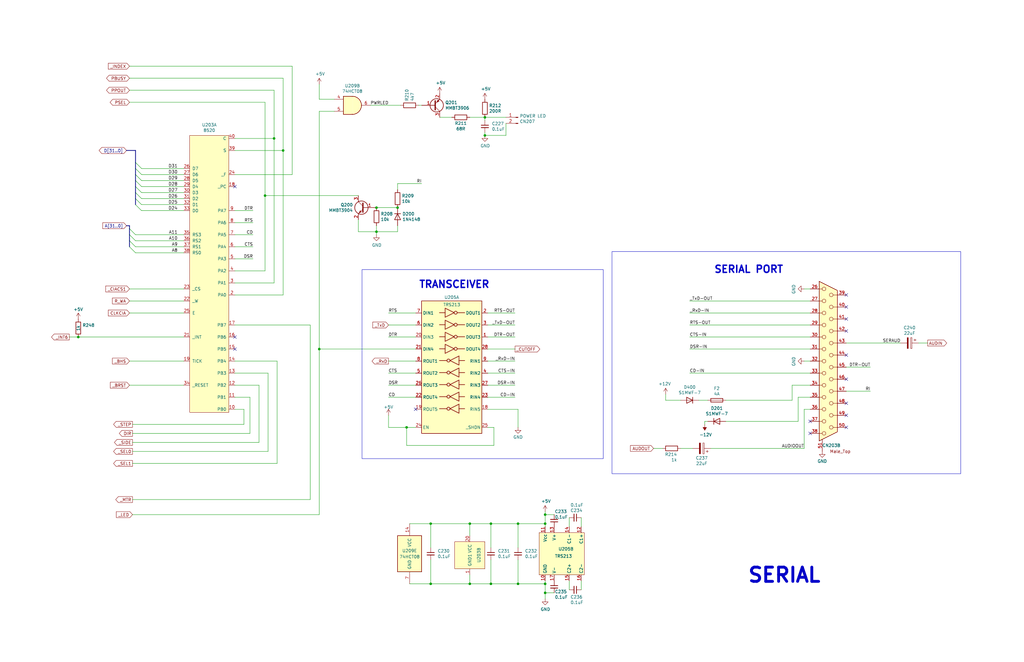
<source format=kicad_sch>
(kicad_sch (version 20231120) (generator "eeschema") (generator_version "8.0")
  (paper "B")
  (title_block (title "AMIGA PCI") (date "2025-01-10") (rev "5.0"))
  (lib_symbols
    (symbol "+5V_1" (power) (pin_numbers hide) (pin_names (offset 0) hide)
      (property "Value" "+5V" (at 0 3.556 0))
      (symbol "+5V_1_1_1"
        (pin power_in line (at 0 0 90) (length 0) (name "~") (number "1"))
      )
    )
    (symbol "74xx:74LS08" (pin_names (offset 1.016))
      (property "Reference" "U" (at 0 1.27 0))
      (property "Value" "74LS08" (at 0 -1.27 0))
      (symbol "74LS08_1_1"
        (pin input line (at -7.62 2.54 0) (length 3.81) (name "~") (number "1"))
        (pin input line (at -7.62 -2.54 0) (length 3.81) (name "~") (number "2"))
        (pin output line (at 7.62 0 180) (length 3.81) (name "~") (number "3"))
      )
      (symbol "74LS08_1_2"
        (pin input inverted (at -7.62 2.54 0) (length 4.318) (name "~") (number "1"))
        (pin input inverted (at -7.62 -2.54 0) (length 4.318) (name "~") (number "2"))
        (pin output inverted (at 7.62 0 180) (length 3.81) (name "~") (number "3"))
      )
      (symbol "74LS08_2_1"
        (pin input line (at -7.62 2.54 0) (length 3.81) (name "~") (number "4"))
        (pin input line (at -7.62 -2.54 0) (length 3.81) (name "~") (number "5"))
        (pin output line (at 7.62 0 180) (length 3.81) (name "~") (number "6"))
      )
      (symbol "74LS08_2_2"
        (pin input inverted (at -7.62 2.54 0) (length 4.318) (name "~") (number "4"))
        (pin input inverted (at -7.62 -2.54 0) (length 4.318) (name "~") (number "5"))
        (pin output inverted (at 7.62 0 180) (length 3.81) (name "~") (number "6"))
      )
      (symbol "74LS08_3_1"
        (pin input line (at -7.62 -2.54 0) (length 3.81) (name "~") (number "10"))
        (pin output line (at 7.62 0 180) (length 3.81) (name "~") (number "8"))
        (pin input line (at -7.62 2.54 0) (length 3.81) (name "~") (number "9"))
      )
      (symbol "74LS08_3_2"
        (pin input inverted (at -7.62 -2.54 0) (length 4.318) (name "~") (number "10"))
        (pin output inverted (at 7.62 0 180) (length 3.81) (name "~") (number "8"))
        (pin input inverted (at -7.62 2.54 0) (length 4.318) (name "~") (number "9"))
      )
      (symbol "74LS08_4_1"
        (pin output line (at 7.62 0 180) (length 3.81) (name "~") (number "11"))
        (pin input line (at -7.62 2.54 0) (length 3.81) (name "~") (number "12"))
        (pin input line (at -7.62 -2.54 0) (length 3.81) (name "~") (number "13"))
      )
      (symbol "74LS08_4_2"
        (pin output inverted (at 7.62 0 180) (length 3.81) (name "~") (number "11"))
        (pin input inverted (at -7.62 2.54 0) (length 4.318) (name "~") (number "12"))
        (pin input inverted (at -7.62 -2.54 0) (length 4.318) (name "~") (number "13"))
      )
      (symbol "74LS08_5_0"
        (pin power_in line (at 0 12.7 270) (length 5.08) (name "VCC") (number "14"))
        (pin power_in line (at 0 -12.7 90) (length 5.08) (name "GND") (number "7"))
      )
    )
    (symbol "AmigaPCI-Symbols:DB25_Stack_FemaleAndMale" (pin_names (offset 1.016) hide)
      (property "Reference" "J" (at 0 34.29 0))
      (property "Value" "DB25_Stack_FemaleAndMale" (at 12.7 -35.56 0))
      (symbol "DB25_Stack_FemaleAndMale_1_0"
        (text "Female_Bottom" (at 0 -38.1 0) (effects (font (size 1.27 1.27))))
      )
      (symbol "DB25_Stack_FemaleAndMale_1_1"
        (pin passive line (at -7.62 30.48 0) (length 3.81) (name "1") (number "1"))
        (pin passive line (at -7.62 -15.24 0) (length 3.81) (name "10") (number "10"))
        (pin passive line (at -7.62 -20.32 0) (length 3.81) (name "11") (number "11"))
        (pin passive line (at -7.62 -25.4 0) (length 3.81) (name "12") (number "12"))
        (pin passive line (at -7.62 -30.48 0) (length 3.81) (name "13") (number "13"))
        (pin passive line (at 7.62 27.94 180) (length 3.81) (name "P14") (number "14"))
        (pin passive line (at 7.62 22.86 180) (length 3.81) (name "P15") (number "15"))
        (pin passive line (at 7.62 17.78 180) (length 3.81) (name "P16") (number "16"))
        (pin passive line (at 7.62 12.7 180) (length 3.81) (name "P17") (number "17"))
        (pin passive line (at 7.62 7.62 180) (length 3.81) (name "P18") (number "18"))
        (pin passive line (at 7.62 2.54 180) (length 3.81) (name "P19") (number "19"))
        (pin passive line (at -7.62 25.4 0) (length 3.81) (name "2") (number "2"))
        (pin passive line (at 7.62 -2.54 180) (length 3.81) (name "P20") (number "20"))
        (pin passive line (at 7.62 -7.62 180) (length 3.81) (name "P21") (number "21"))
        (pin passive line (at 7.62 -12.7 180) (length 3.81) (name "P22") (number "22"))
        (pin passive line (at 7.62 -17.78 180) (length 3.81) (name "P23") (number "23"))
        (pin passive line (at 7.62 -22.86 180) (length 3.81) (name "P24") (number "24"))
        (pin passive line (at 7.62 -27.94 180) (length 3.81) (name "P25") (number "25"))
        (pin passive line (at -7.62 20.32 0) (length 3.81) (name "3") (number "3"))
        (pin passive line (at -7.62 15.24 0) (length 3.81) (name "4") (number "4"))
        (pin passive line (at -7.62 10.16 0) (length 3.81) (name "5") (number "5"))
        (pin passive line (at -7.62 5.08 0) (length 3.81) (name "6") (number "6"))
        (pin passive line (at -7.62 0 0) (length 3.81) (name "7") (number "7"))
        (pin passive line (at -7.62 -5.08 0) (length 3.81) (name "8") (number "8"))
        (pin passive line (at -7.62 -10.16 0) (length 3.81) (name "9") (number "9"))
      )
      (symbol "DB25_Stack_FemaleAndMale_2_0"
        (text "Male_Top" (at 5.08 -38.1 0) (effects (font (size 1.27 1.27))))
        (pin power_in line (at -2.54 -38.1 90) (length 5.02) (name "GND") (number "51"))
      )
      (symbol "DB25_Stack_FemaleAndMale_2_1"
        (pin passive line (at -7.62 30.48 0) (length 3.81) (name "26") (number "26"))
        (pin passive line (at -7.62 25.4 0) (length 3.81) (name "27") (number "27"))
        (pin passive line (at -7.62 20.32 0) (length 3.81) (name "28") (number "28"))
        (pin passive line (at -7.62 15.24 0) (length 3.81) (name "29") (number "29"))
        (pin passive line (at -7.62 10.16 0) (length 3.81) (name "30") (number "30"))
        (pin passive line (at -7.62 5.08 0) (length 3.81) (name "31") (number "31"))
        (pin passive line (at -7.62 0 0) (length 3.81) (name "32") (number "32"))
        (pin passive line (at -7.62 -5.08 0) (length 3.81) (name "33") (number "33"))
        (pin passive line (at -7.62 -10.16 0) (length 3.81) (name "34") (number "34"))
        (pin passive line (at -7.62 -15.24 0) (length 3.81) (name "35") (number "35"))
        (pin passive line (at -7.62 -20.32 0) (length 3.81) (name "36") (number "36"))
        (pin passive line (at -7.62 -25.4 0) (length 3.81) (name "37") (number "37"))
        (pin passive line (at -7.62 -30.48 0) (length 3.81) (name "38") (number "38"))
        (pin passive line (at 7.62 27.94 180) (length 3.81) (name "39") (number "39"))
        (pin passive line (at 7.62 22.86 180) (length 3.81) (name "40") (number "40"))
        (pin passive line (at 7.62 17.78 180) (length 3.81) (name "41") (number "41"))
        (pin passive line (at 7.62 12.7 180) (length 3.81) (name "42") (number "42"))
        (pin passive line (at 7.62 7.62 180) (length 3.81) (name "43") (number "43"))
        (pin passive line (at 7.62 2.54 180) (length 3.81) (name "44") (number "44"))
        (pin passive line (at 7.62 -2.54 180) (length 3.81) (name "45") (number "45"))
        (pin passive line (at 7.62 -7.62 180) (length 3.81) (name "46") (number "46"))
        (pin passive line (at 7.62 -12.7 180) (length 3.81) (name "47") (number "47"))
        (pin passive line (at 7.62 -17.78 180) (length 3.81) (name "48") (number "48"))
        (pin passive line (at 7.62 -22.86 180) (length 3.81) (name "49") (number "49"))
        (pin passive line (at 7.62 -27.94 180) (length 3.81) (name "50") (number "50"))
      )
    )
    (symbol "AmigaPCI-Symbols:MOS 8520" (pin_names (offset 1.016))
      (property "Reference" "U" (at 0 53.34 0))
      (property "Value" "8520" (at 0 40.64 0))
      (symbol "MOS 8520_1_1"
        (pin bidirectional line (at 10.16 -63.5 180) (length 2.54) (name "PB0") (number "10"))
        (pin bidirectional line (at 10.16 -58.42 180) (length 2.54) (name "PB1") (number "11"))
        (pin bidirectional line (at 10.16 -53.34 180) (length 2.54) (name "PB2") (number "12"))
        (pin bidirectional line (at 10.16 -48.26 180) (length 2.54) (name "PB3") (number "13"))
        (pin bidirectional line (at 10.16 -43.18 180) (length 2.54) (name "PB4") (number "14"))
        (pin bidirectional line (at 10.16 -38.1 180) (length 2.54) (name "PB5") (number "15"))
        (pin bidirectional line (at 10.16 -33.02 180) (length 2.54) (name "PB6") (number "16"))
        (pin bidirectional line (at 10.16 -27.94 180) (length 2.54) (name "PB7") (number "17"))
        (pin output line (at 10.16 30.48 180) (length 2.54) (name "_PC") (number "18"))
        (pin input line (at -11.43 -43.18 0) (length 2.54) (name "TICK") (number "19"))
        (pin bidirectional line (at 10.16 -15.24 180) (length 2.54) (name "PA0") (number "2"))
        (pin output line (at -11.43 -33.02 0) (length 2.54) (name "_INT") (number "21"))
        (pin input line (at -11.43 -17.78 0) (length 2.54) (name "_W") (number "22"))
        (pin input line (at -11.43 -12.7 0) (length 2.54) (name "_CS") (number "23"))
        (pin input line (at 10.16 35.56 180) (length 2.54) (name "_F") (number "24"))
        (pin input line (at -11.43 -22.86 0) (length 2.54) (name "E") (number "25"))
        (pin bidirectional line (at -11.43 38.1 0) (length 2.54) (name "D7") (number "26"))
        (pin bidirectional line (at -11.43 35.56 0) (length 2.54) (name "D6") (number "27"))
        (pin bidirectional line (at -11.43 33.02 0) (length 2.54) (name "D5") (number "28"))
        (pin bidirectional line (at -11.43 30.48 0) (length 2.54) (name "D4") (number "29"))
        (pin bidirectional line (at 10.16 -10.16 180) (length 2.54) (name "PA1") (number "3"))
        (pin bidirectional line (at -11.43 27.94 0) (length 2.54) (name "D3") (number "30"))
        (pin bidirectional line (at -11.43 25.4 0) (length 2.54) (name "D2") (number "31"))
        (pin bidirectional line (at -11.43 22.86 0) (length 2.54) (name "D1") (number "32"))
        (pin bidirectional line (at -11.43 20.32 0) (length 2.54) (name "D0") (number "33"))
        (pin input line (at -11.43 -53.34 0) (length 2.54) (name "_RESET") (number "34"))
        (pin input line (at -11.43 10.16 0) (length 2.54) (name "RS3") (number "35"))
        (pin input line (at -11.43 7.62 0) (length 2.54) (name "RS2") (number "36"))
        (pin input line (at -11.43 5.08 0) (length 2.54) (name "RS1") (number "37"))
        (pin input line (at -11.43 2.54 0) (length 2.54) (name "RS0") (number "38"))
        (pin input line (at 10.16 45.72 180) (length 2.54) (name "S") (number "39"))
        (pin bidirectional line (at 10.16 -5.08 180) (length 2.54) (name "PA2") (number "4"))
        (pin input line (at 10.16 50.8 180) (length 2.54) (name "C") (number "40"))
        (pin bidirectional line (at 10.16 0 180) (length 2.54) (name "PA3") (number "5"))
        (pin bidirectional line (at 10.16 5.08 180) (length 2.54) (name "PA4") (number "6"))
        (pin bidirectional line (at 10.16 10.16 180) (length 2.54) (name "PA5") (number "7"))
        (pin bidirectional line (at 10.16 15.24 180) (length 2.54) (name "PA6") (number "8"))
        (pin bidirectional line (at 10.16 20.32 180) (length 2.54) (name "PA7") (number "9"))
      )
      (symbol "MOS 8520_2_1"
        (pin power_in line (at 0 -7.62 90) (length 2.54) (name "GND1") (number "1"))
        (pin power_in line (at 0 8.89 270) (length 2.54) (name "VCC") (number "20"))
      )
    )
    (symbol "AmigaPCI-Symbols:TRS213"
      (property "Reference" "U" (at 12.7 33.02 0))
      (property "Value" "TRS213" (at 12.7 30.48 0))
      (symbol "TRS213_1_0"
        (pin input line (at 15.24 -17.78 180) (length 2.54) (name "RIN5") (number "18"))
        (pin output line (at -15.24 -17.78 0) (length 2.54) (name "ROUT5") (number "19"))
        (pin input line (at -15.24 12.7 0) (length 2.54) (name "DIN3") (number "20"))
        (pin input line (at -15.24 7.62 0) (length 2.54) (name "DIN4") (number "21"))
        (pin input line (at -15.24 7.62 0) (length 2.54) (name "DIN4") (number "21"))
        (pin output line (at -15.24 -12.7 0) (length 2.54) (name "ROUT4") (number "22"))
        (pin output line (at -15.24 -12.7 0) (length 2.54) (name "ROUT4") (number "22"))
        (pin input line (at 15.24 -12.7 180) (length 2.54) (name "RIN4") (number "23"))
        (pin input line (at 15.24 -12.7 180) (length 2.54) (name "RIN4") (number "23"))
        (pin input line (at -15.24 -25.4 0) (length 2.54) (name "EN") (number "24"))
        (pin input line (at 15.24 -25.4 180) (length 2.54) (name "_SHDN") (number "25"))
        (pin output line (at -15.24 -7.62 0) (length 2.54) (name "ROUT3") (number "26"))
        (pin output line (at -15.24 -7.62 0) (length 2.54) (name "ROUT3") (number "26"))
        (pin input line (at 15.24 -7.62 180) (length 2.54) (name "RIN3") (number "27"))
        (pin input line (at 15.24 -7.62 180) (length 2.54) (name "RIN3") (number "27"))
        (pin output line (at 15.24 7.62 180) (length 2.54) (name "DOUT4") (number "28"))
        (pin output line (at 15.24 7.62 180) (length 2.54) (name "DOUT4") (number "28"))
      )
      (symbol "TRS213_1_1"
        (pin output line (at 15.24 12.7 180) (length 2.54) (name "DOUT3") (number "1"))
        (pin output line (at 15.24 12.7 180) (length 2.54) (name "DOUT3") (number "1"))
        (pin output line (at 15.24 22.86 180) (length 2.54) (name "DOUT1") (number "2"))
        (pin output line (at 15.24 22.86 180) (length 2.54) (name "DOUT1") (number "2"))
        (pin output line (at 15.24 17.78 180) (length 2.54) (name "DOUT2") (number "3"))
        (pin output line (at 15.24 17.78 180) (length 2.54) (name "DOUT2") (number "3"))
        (pin input line (at 15.24 -2.54 180) (length 2.54) (name "RIN2") (number "4"))
        (pin input line (at 15.24 -2.54 180) (length 2.54) (name "RIN2") (number "4"))
        (pin output line (at -15.24 -2.54 0) (length 2.54) (name "ROUT2") (number "5"))
        (pin output line (at -15.24 -2.54 0) (length 2.54) (name "ROUT2") (number "5"))
        (pin input line (at -15.24 17.78 0) (length 2.54) (name "DIN2") (number "6"))
        (pin input line (at -15.24 17.78 0) (length 2.54) (name "DIN2") (number "6"))
        (pin input line (at -15.24 22.86 0) (length 2.54) (name "DIN1") (number "7"))
        (pin input line (at -15.24 22.86 0) (length 2.54) (name "DIN1") (number "7"))
        (pin output line (at -15.24 2.54 0) (length 2.54) (name "ROUT1") (number "8"))
        (pin output line (at -15.24 2.54 0) (length 2.54) (name "ROUT1") (number "8"))
        (pin input line (at 15.24 2.54 180) (length 2.54) (name "RIN1") (number "9"))
        (pin input line (at 15.24 2.54 180) (length 2.54) (name "RIN1") (number "9"))
      )
      (symbol "TRS213_2_0"
        (pin passive line (at -3.81 -11.43 90) (length 2.54) (name "V-") (number "17"))
      )
      (symbol "TRS213_2_1"
        (pin power_in line (at -7.62 -11.43 90) (length 2.54) (name "GND") (number "10"))
        (pin power_in line (at -7.62 11.43 270) (length 2.54) (name "Vcc") (number "11"))
        (pin passive line (at 7.62 11.43 270) (length 2.54) (name "C1+") (number "12"))
        (pin passive line (at -3.81 11.43 270) (length 2.54) (name "V+") (number "13"))
        (pin passive line (at 2.54 11.43 270) (length 2.54) (name "C1-") (number "14"))
        (pin passive line (at 2.54 -11.43 90) (length 2.54) (name "C2+") (number "15"))
        (pin passive line (at 7.62 -11.43 90) (length 2.54) (name "C2-") (number "16"))
      )
    )
    (symbol "Connector:Conn_01x02_Pin" (pin_names (offset 1.016) hide)
      (property "Reference" "J" (at 0 2.54 0))
      (property "Value" "Conn_01x02_Pin" (at 0 -5.08 0))
      (symbol "Conn_01x02_Pin_1_1"
        (pin passive line (at 5.08 0 180) (length 3.81) (name "Pin_1") (number "1"))
        (pin passive line (at 5.08 -2.54 180) (length 3.81) (name "Pin_2") (number "2"))
      )
    )
    (symbol "Device:C_Polarized" (pin_numbers hide) (pin_names (offset 0.254))
      (property "Reference" "C" (at 0.635 2.54 0))
      (property "Value" "C_Polarized" (at 0.635 -2.54 0))
      (symbol "C_Polarized_1_1"
        (pin passive line (at 0 3.81 270) (length 2.794) (name "~") (number "1"))
        (pin passive line (at 0 -3.81 90) (length 2.794) (name "~") (number "2"))
      )
    )
    (symbol "Device:C_Small" (pin_numbers hide) (pin_names (offset 0.254) hide)
      (property "Reference" "C" (at 0.254 1.778 0))
      (property "Value" "C_Small" (at 0.254 -2.032 0))
      (symbol "C_Small_1_1"
        (pin passive line (at 0 2.54 270) (length 2.032) (name "~") (number "1"))
        (pin passive line (at 0 -2.54 90) (length 2.032) (name "~") (number "2"))
      )
    )
    (symbol "Device:Fuse" (pin_numbers hide) (pin_names (offset 0))
      (property "Reference" "F" (at 2.032 0 90))
      (property "Value" "Fuse" (at -1.905 0 90))
      (symbol "Fuse_1_1"
        (pin passive line (at 0 3.81 270) (length 1.27) (name "~") (number "1"))
        (pin passive line (at 0 -3.81 90) (length 1.27) (name "~") (number "2"))
      )
    )
    (symbol "Device:R" (pin_numbers hide) (pin_names (offset 0))
      (property "Reference" "R" (at 2.032 0 90))
      (property "Value" "R" (at 0 0 90))
      (symbol "R_1_1"
        (pin passive line (at 0 3.81 270) (length 1.27) (name "~") (number "1"))
        (pin passive line (at 0 -3.81 90) (length 1.27) (name "~") (number "2"))
      )
    )
    (symbol "Diode:1N4001" (pin_numbers hide) (pin_names hide)
      (property "Reference" "D" (at 0 2.54 0))
      (property "Value" "1N4001" (at 0 -2.54 0))
      (symbol "1N4001_1_1"
        (pin passive line (at -3.81 0 0) (length 2.54) (name "K") (number "1"))
        (pin passive line (at 3.81 0 180) (length 2.54) (name "A") (number "2"))
      )
    )
    (symbol "Diode:1N4148" (pin_numbers hide) (pin_names hide)
      (property "Reference" "D" (at 0 2.54 0))
      (property "Value" "1N4148" (at 0 -2.54 0))
      (symbol "1N4148_1_1"
        (pin passive line (at -3.81 0 0) (length 2.54) (name "K") (number "1"))
        (pin passive line (at 3.81 0 180) (length 2.54) (name "A") (number "2"))
      )
    )
    (symbol "Transistor_BJT:MMBT3904" (pin_names (offset 0) hide)
      (property "Reference" "Q" (at 5.08 1.905 0))
      (property "Value" "MMBT3904" (at 5.08 0 0))
      (symbol "MMBT3904_1_1"
        (pin input line (at -5.08 0 0) (length 5.715) (name "B") (number "1"))
        (pin passive line (at 2.54 -5.08 90) (length 2.54) (name "E") (number "2"))
        (pin passive line (at 2.54 5.08 270) (length 2.54) (name "C") (number "3"))
      )
    )
    (symbol "Transistor_BJT:MMBT3906" (pin_names (offset 0) hide)
      (property "Reference" "Q" (at 5.08 1.905 0))
      (property "Value" "MMBT3906" (at 5.08 0 0))
      (symbol "MMBT3906_1_1"
        (pin input line (at -5.08 0 0) (length 5.715) (name "B") (number "1"))
        (pin passive line (at 2.54 -5.08 90) (length 2.54) (name "E") (number "2"))
        (pin passive line (at 2.54 5.08 270) (length 2.54) (name "C") (number "3"))
      )
    )
    (symbol "power:+12V" (power) (pin_names (offset 0))
      (property "Value" "+12V" (at 0 3.556 0))
      (symbol "+12V_1_1"
        (pin power_in line (at 0 0 90) (length 0) hide (name "+12V") (number "1"))
      )
    )
    (symbol "power:+5V" (power) (pin_names (offset 0))
      (property "Value" "+5V" (at 0 3.556 0))
      (symbol "+5V_1_1"
        (pin power_in line (at 0 0 90) (length 0) hide (name "+5V") (number "1"))
      )
    )
    (symbol "power:-12V" (power) (pin_names (offset 0))
      (property "Value" "-12V" (at 0 3.81 0))
      (symbol "-12V_0_0"
        (pin power_in line (at 0 0 90) (length 0) hide (name "-12V") (number "1"))
      )
    )
    (symbol "power:GND" (power) (pin_names (offset 0))
      (property "Value" "GND" (at 0 -3.81 0))
      (symbol "GND_1_1"
        (pin power_in line (at 0 0 270) (length 0) hide (name "GND") (number "1"))
      )
    )
  )
  (junction (at 181.61 246.38))
  (junction (at 218.44 246.38))
  (junction (at 171.45 180.34))
  (junction (at 204.47 49.53))
  (junction (at 198.12 246.38))
  (junction (at 229.87 217.17))
  (junction (at 134.62 147.32))
  (junction (at 229.87 250.19))
  (junction (at 229.87 220.98))
  (junction (at 229.87 246.38))
  (junction (at 119.38 63.5))
  (junction (at 207.01 246.38))
  (junction (at 158.75 97.79))
  (junction (at 111.76 82.55))
  (junction (at 115.57 58.42))
  (junction (at 218.44 220.98))
  (junction (at 33.02 142.24))
  (junction (at 204.47 57.15))
  (junction (at 167.64 87.63))
  (junction (at 198.12 220.98))
  (junction (at 158.75 87.63))
  (junction (at 207.01 220.98))
  (junction (at 181.61 220.98))
  (no_connect (at 175.26 172.72))
  (no_connect (at 356.87 124.46))
  (no_connect (at 341.63 182.88))
  (no_connect (at 356.87 129.54))
  (no_connect (at 356.87 149.86))
  (no_connect (at 356.87 139.7))
  (no_connect (at 99.06 78.74))
  (no_connect (at 356.87 180.34))
  (no_connect (at 99.06 142.24))
  (no_connect (at 99.06 147.32))
  (no_connect (at 356.87 134.62))
  (no_connect (at 356.87 170.18))
  (no_connect (at 341.63 177.8))
  (no_connect (at 356.87 175.26))
  (no_connect (at 356.87 160.02))
  (bus_entry (at 59.69 71.12) (size -2.54 -2.54))
  (bus_entry (at 59.69 83.82) (size -2.54 -2.54))
  (bus_entry (at 59.69 86.36) (size -2.54 -2.54))
  (bus_entry (at 57.15 104.14) (size -2.54 -2.54))
  (bus_entry (at 59.69 81.28) (size -2.54 -2.54))
  (bus_entry (at 59.69 73.66) (size -2.54 -2.54))
  (bus_entry (at 59.69 76.2) (size -2.54 -2.54))
  (bus_entry (at 59.69 78.74) (size -2.54 -2.54))
  (bus_entry (at 57.15 99.06) (size -2.54 -2.54))
  (bus_entry (at 57.15 106.68) (size -2.54 -2.54))
  (bus_entry (at 59.69 88.9) (size -2.54 -2.54))
  (bus_entry (at 57.15 101.6) (size -2.54 -2.54))
  (wire (pts (xy 290.83 142.24) (xy 341.63 142.24)))
  (wire (pts (xy 198.12 246.38) (xy 207.01 246.38)))
  (wire (pts (xy 33.02 142.24) (xy 29.21 142.24)))
  (wire (pts (xy 205.74 142.24) (xy 217.17 142.24)))
  (wire (pts (xy 163.83 132.08) (xy 175.26 132.08)))
  (bus (pts (xy 54.61 96.52) (xy 54.61 99.06)))
  (wire (pts (xy 171.45 180.34) (xy 171.45 187.96)))
  (wire (pts (xy 198.12 220.98) (xy 198.12 226.06)))
  (wire (pts (xy 356.87 154.94) (xy 367.03 154.94)))
  (wire (pts (xy 171.45 187.96) (xy 208.28 187.96)))
  (wire (pts (xy 163.83 162.56) (xy 175.26 162.56)))
  (wire (pts (xy 185.42 49.53) (xy 190.5 49.53)))
  (wire (pts (xy 229.87 217.17) (xy 229.87 220.98)))
  (bus (pts (xy 57.15 81.28) (xy 57.15 83.82)))
  (wire (pts (xy 77.47 86.36) (xy 59.69 86.36)))
  (wire (pts (xy 204.47 57.15) (xy 213.36 57.15)))
  (bus (pts (xy 57.15 68.58) (xy 57.15 71.12)))
  (wire (pts (xy 240.03 222.25) (xy 240.03 218.44)))
  (wire (pts (xy 55.88 217.17) (xy 134.62 217.17)))
  (bus (pts (xy 57.15 71.12) (xy 57.15 73.66)))
  (wire (pts (xy 116.84 195.58) (xy 55.88 195.58)))
  (wire (pts (xy 119.38 124.46) (xy 99.06 124.46)))
  (wire (pts (xy 134.62 46.99) (xy 140.97 46.99)))
  (wire (pts (xy 240.03 245.11) (xy 240.03 248.92)))
  (wire (pts (xy 205.74 172.72) (xy 218.44 172.72)))
  (bus (pts (xy 57.15 63.5) (xy 57.15 68.58)))
  (wire (pts (xy 341.63 172.72) (xy 339.09 172.72)))
  (wire (pts (xy 54.61 121.92) (xy 77.47 121.92)))
  (wire (pts (xy 134.62 41.91) (xy 134.62 35.56)))
  (wire (pts (xy 59.69 78.74) (xy 77.47 78.74)))
  (wire (pts (xy 207.01 220.98) (xy 218.44 220.98)))
  (wire (pts (xy 99.06 58.42) (xy 115.57 58.42)))
  (wire (pts (xy 163.83 152.4) (xy 175.26 152.4)))
  (bus (pts (xy 57.15 76.2) (xy 57.15 78.74)))
  (wire (pts (xy 163.83 180.34) (xy 171.45 180.34)))
  (wire (pts (xy 113.03 157.48) (xy 113.03 190.5)))
  (wire (pts (xy 181.61 246.38) (xy 172.72 246.38)))
  (wire (pts (xy 119.38 33.02) (xy 54.61 33.02)))
  (wire (pts (xy 99.06 99.06) (xy 106.68 99.06)))
  (wire (pts (xy 77.47 162.56) (xy 54.61 162.56)))
  (wire (pts (xy 204.47 55.88) (xy 204.47 57.15)))
  (wire (pts (xy 306.07 177.8) (xy 336.55 177.8)))
  (wire (pts (xy 198.12 49.53) (xy 204.47 49.53)))
  (wire (pts (xy 77.47 142.24) (xy 33.02 142.24)))
  (wire (pts (xy 205.74 132.08) (xy 217.17 132.08)))
  (wire (pts (xy 77.47 81.28) (xy 59.69 81.28)))
  (wire (pts (xy 130.81 137.16) (xy 130.81 210.82)))
  (wire (pts (xy 290.83 127) (xy 341.63 127)))
  (wire (pts (xy 99.06 109.22) (xy 106.68 109.22)))
  (wire (pts (xy 280.67 166.37) (xy 280.67 168.91)))
  (wire (pts (xy 111.76 82.55) (xy 111.76 114.3)))
  (wire (pts (xy 229.87 220.98) (xy 229.87 222.25)))
  (bus (pts (xy 53.34 95.25) (xy 54.61 95.25)))
  (wire (pts (xy 77.47 127) (xy 54.61 127)))
  (wire (pts (xy 99.06 162.56) (xy 109.22 162.56)))
  (wire (pts (xy 115.57 38.1) (xy 54.61 38.1)))
  (wire (pts (xy 163.83 137.16) (xy 175.26 137.16)))
  (wire (pts (xy 99.06 73.66) (xy 123.19 73.66)))
  (wire (pts (xy 205.74 167.64) (xy 217.17 167.64)))
  (wire (pts (xy 181.61 220.98) (xy 198.12 220.98)))
  (wire (pts (xy 115.57 58.42) (xy 115.57 38.1)))
  (wire (pts (xy 205.74 162.56) (xy 217.17 162.56)))
  (wire (pts (xy 102.87 172.72) (xy 102.87 179.07)))
  (wire (pts (xy 290.83 137.16) (xy 341.63 137.16)))
  (wire (pts (xy 334.01 168.91) (xy 334.01 162.56)))
  (wire (pts (xy 339.09 152.4) (xy 341.63 152.4)))
  (wire (pts (xy 356.87 144.78) (xy 379.73 144.78)))
  (wire (pts (xy 158.75 97.79) (xy 167.64 97.79)))
  (wire (pts (xy 167.64 77.47) (xy 177.8 77.47)))
  (wire (pts (xy 336.55 167.64) (xy 341.63 167.64)))
  (wire (pts (xy 204.47 49.53) (xy 204.47 50.8)))
  (wire (pts (xy 111.76 82.55) (xy 151.13 82.55)))
  (wire (pts (xy 59.69 83.82) (xy 77.47 83.82)))
  (wire (pts (xy 163.83 175.26) (xy 163.83 180.34)))
  (wire (pts (xy 113.03 190.5) (xy 55.88 190.5)))
  (wire (pts (xy 57.15 106.68) (xy 77.47 106.68)))
  (wire (pts (xy 163.83 157.48) (xy 175.26 157.48)))
  (wire (pts (xy 77.47 99.06) (xy 57.15 99.06)))
  (wire (pts (xy 156.21 44.45) (xy 168.91 44.45)))
  (wire (pts (xy 134.62 46.99) (xy 134.62 147.32)))
  (wire (pts (xy 172.72 220.98) (xy 181.61 220.98)))
  (wire (pts (xy 181.61 246.38) (xy 198.12 246.38)))
  (wire (pts (xy 198.12 242.57) (xy 198.12 246.38)))
  (wire (pts (xy 115.57 119.38) (xy 99.06 119.38)))
  (wire (pts (xy 158.75 87.63) (xy 167.64 87.63)))
  (wire (pts (xy 77.47 152.4) (xy 54.61 152.4)))
  (wire (pts (xy 218.44 236.22) (xy 218.44 246.38)))
  (wire (pts (xy 213.36 52.07) (xy 213.36 57.15)))
  (wire (pts (xy 176.53 44.45) (xy 177.8 44.45)))
  (wire (pts (xy 229.87 250.19) (xy 229.87 246.38)))
  (wire (pts (xy 290.83 132.08) (xy 341.63 132.08)))
  (bus (pts (xy 57.15 63.5) (xy 53.34 63.5)))
  (wire (pts (xy 245.11 245.11) (xy 245.11 248.92)))
  (bus (pts (xy 57.15 78.74) (xy 57.15 81.28)))
  (wire (pts (xy 181.61 220.98) (xy 181.61 231.14)))
  (wire (pts (xy 151.13 92.71) (xy 151.13 97.79)))
  (wire (pts (xy 205.74 157.48) (xy 217.17 157.48)))
  (wire (pts (xy 299.72 189.23) (xy 339.09 189.23)))
  (wire (pts (xy 123.19 27.94) (xy 54.61 27.94)))
  (wire (pts (xy 163.83 142.24) (xy 175.26 142.24)))
  (wire (pts (xy 77.47 76.2) (xy 59.69 76.2)))
  (wire (pts (xy 99.06 152.4) (xy 116.84 152.4)))
  (wire (pts (xy 229.87 250.19) (xy 233.68 250.19)))
  (wire (pts (xy 105.41 167.64) (xy 105.41 182.88)))
  (wire (pts (xy 218.44 220.98) (xy 229.87 220.98)))
  (wire (pts (xy 290.83 157.48) (xy 341.63 157.48)))
  (wire (pts (xy 163.83 167.64) (xy 175.26 167.64)))
  (wire (pts (xy 77.47 104.14) (xy 57.15 104.14)))
  (wire (pts (xy 207.01 220.98) (xy 207.01 231.14)))
  (wire (pts (xy 204.47 49.53) (xy 213.36 49.53)))
  (wire (pts (xy 218.44 246.38) (xy 229.87 246.38)))
  (wire (pts (xy 116.84 152.4) (xy 116.84 195.58)))
  (wire (pts (xy 77.47 101.6) (xy 57.15 101.6)))
  (wire (pts (xy 102.87 179.07) (xy 55.88 179.07)))
  (wire (pts (xy 167.64 80.01) (xy 167.64 77.47)))
  (bus (pts (xy 57.15 83.82) (xy 57.15 86.36)))
  (wire (pts (xy 290.83 147.32) (xy 341.63 147.32)))
  (wire (pts (xy 292.1 189.23) (xy 287.02 189.23)))
  (wire (pts (xy 181.61 236.22) (xy 181.61 246.38)))
  (wire (pts (xy 99.06 137.16) (xy 130.81 137.16)))
  (wire (pts (xy 208.28 187.96) (xy 208.28 180.34)))
  (wire (pts (xy 109.22 162.56) (xy 109.22 186.69)))
  (wire (pts (xy 111.76 43.18) (xy 54.61 43.18)))
  (bus (pts (xy 54.61 101.6) (xy 54.61 104.14)))
  (wire (pts (xy 387.35 144.78) (xy 391.16 144.78)))
  (wire (pts (xy 99.06 88.9) (xy 106.68 88.9)))
  (wire (pts (xy 115.57 58.42) (xy 115.57 119.38)))
  (wire (pts (xy 229.87 215.9) (xy 229.87 217.17)))
  (wire (pts (xy 134.62 147.32) (xy 134.62 217.17)))
  (wire (pts (xy 205.74 137.16) (xy 217.17 137.16)))
  (wire (pts (xy 279.4 189.23) (xy 275.59 189.23)))
  (wire (pts (xy 334.01 162.56) (xy 341.63 162.56)))
  (wire (pts (xy 140.97 41.91) (xy 134.62 41.91)))
  (wire (pts (xy 59.69 73.66) (xy 77.47 73.66)))
  (wire (pts (xy 207.01 246.38) (xy 218.44 246.38)))
  (wire (pts (xy 105.41 182.88) (xy 55.88 182.88)))
  (wire (pts (xy 339.09 121.92) (xy 341.63 121.92)))
  (wire (pts (xy 134.62 147.32) (xy 175.26 147.32)))
  (wire (pts (xy 151.13 97.79) (xy 158.75 97.79)))
  (bus (pts (xy 54.61 95.25) (xy 54.61 96.52)))
  (wire (pts (xy 356.87 165.1) (xy 367.03 165.1)))
  (wire (pts (xy 198.12 220.98) (xy 207.01 220.98)))
  (wire (pts (xy 158.75 97.79) (xy 158.75 95.25)))
  (wire (pts (xy 207.01 236.22) (xy 207.01 246.38)))
  (wire (pts (xy 99.06 63.5) (xy 119.38 63.5)))
  (wire (pts (xy 99.06 93.98) (xy 106.68 93.98)))
  (wire (pts (xy 229.87 245.11) (xy 229.87 246.38)))
  (wire (pts (xy 229.87 217.17) (xy 233.68 217.17)))
  (wire (pts (xy 111.76 82.55) (xy 111.76 43.18)))
  (wire (pts (xy 205.74 152.4) (xy 217.17 152.4)))
  (wire (pts (xy 99.06 157.48) (xy 113.03 157.48)))
  (wire (pts (xy 99.06 167.64) (xy 105.41 167.64)))
  (wire (pts (xy 167.64 97.79) (xy 167.64 95.25)))
  (wire (pts (xy 297.18 179.07) (xy 297.18 177.8)))
  (wire (pts (xy 229.87 252.73) (xy 229.87 250.19)))
  (wire (pts (xy 158.75 99.06) (xy 158.75 97.79)))
  (wire (pts (xy 218.44 220.98) (xy 218.44 231.14)))
  (wire (pts (xy 297.18 177.8) (xy 298.45 177.8)))
  (wire (pts (xy 130.81 210.82) (xy 55.88 210.82)))
  (wire (pts (xy 119.38 63.5) (xy 119.38 33.02)))
  (wire (pts (xy 306.07 168.91) (xy 334.01 168.91)))
  (wire (pts (xy 99.06 172.72) (xy 102.87 172.72)))
  (wire (pts (xy 99.06 114.3) (xy 111.76 114.3)))
  (wire (pts (xy 171.45 180.34) (xy 175.26 180.34)))
  (wire (pts (xy 245.11 222.25) (xy 245.11 218.44)))
  (wire (pts (xy 99.06 104.14) (xy 106.68 104.14)))
  (wire (pts (xy 339.09 172.72) (xy 339.09 189.23)))
  (wire (pts (xy 208.28 180.34) (xy 205.74 180.34)))
  (bus (pts (xy 57.15 73.66) (xy 57.15 76.2)))
  (wire (pts (xy 123.19 73.66) (xy 123.19 27.94)))
  (wire (pts (xy 77.47 88.9) (xy 59.69 88.9)))
  (wire (pts (xy 77.47 71.12) (xy 59.69 71.12)))
  (wire (pts (xy 218.44 172.72) (xy 218.44 180.34)))
  (wire (pts (xy 280.67 168.91) (xy 287.02 168.91)))
  (wire (pts (xy 119.38 63.5) (xy 119.38 124.46)))
  (wire (pts (xy 109.22 186.69) (xy 55.88 186.69)))
  (bus (pts (xy 54.61 99.06) (xy 54.61 101.6)))
  (wire (pts (xy 54.61 132.08) (xy 77.47 132.08)))
  (wire (pts (xy 298.45 168.91) (xy 294.64 168.91)))
  (wire (pts (xy 205.74 147.32) (xy 217.17 147.32)))
  (wire (pts (xy 336.55 177.8) (xy 336.55 167.64)))
  (rectangle (start 258.064 106.172) (end 405.13 199.898))
  (rectangle (start 152.654 113.792) (end 254.4 193.548))
  (text "SERIAL" (at 314.96 246.38 0) (effects (font (size 6 6) (thickness 1.2) (bold yes)) (justify left bottom)))
  (text "SERIAL PORT" (at 300.99 115.57 0) (effects (font (size 3 3) (thickness 0.6) (bold yes)) (justify left bottom)))
  (text "TRANSCEIVER" (at 176.53 121.92 0) (effects (font (size 3 3) (bold yes)) (justify left bottom)))
  (label "D27" (at 74.93 81.28 180) (effects (font (size 1.2954 1.2954))))
  (label "RI" (at 367.03 165.1 180))
  (label "_TxD-OUT" (at 290.83 127 0))
  (label "PWRLED" (at 156.21 44.45 0))
  (label "DTR-OUT" (at 367.03 154.94 180))
  (label "CTS-IN" (at 290.83 142.24 0))
  (label "D28" (at 74.93 78.74 180) (effects (font (size 1.2954 1.2954))))
  (label "CD" (at 163.83 167.64 0))
  (label "CTS" (at 106.68 104.14 180))
  (label "_RxD-IN" (at 290.83 132.08 0))
  (label "RTS-OUT" (at 217.17 132.08 180))
  (label "RTS" (at 163.83 132.08 0))
  (label "CTS" (at 163.83 157.48 0))
  (label "D26" (at 74.93 83.82 180) (effects (font (size 1.2954 1.2954))))
  (label "DSR-IN" (at 290.83 147.32 0))
  (label "CTS-IN" (at 217.17 157.48 180))
  (label "CD-IN" (at 217.17 167.64 180))
  (label "SERAUD" (at 379.73 144.78 180))
  (label "_RxD-IN" (at 217.17 152.4 180))
  (label "DTR" (at 163.83 142.24 0))
  (label "A10" (at 74.93 101.6 180) (effects (font (size 1.2954 1.2954))))
  (label "RTS-OUT" (at 290.83 137.16 0))
  (label "DTR" (at 106.68 88.9 180))
  (label "A8" (at 74.93 106.68 180) (effects (font (size 1.2954 1.2954))))
  (label "D25" (at 74.93 86.36 180) (effects (font (size 1.2954 1.2954))))
  (label "A11" (at 74.93 99.06 180) (effects (font (size 1.2954 1.2954))))
  (label "DSR" (at 163.83 162.56 0))
  (label "RTS" (at 106.68 93.98 180))
  (label "DSR-IN" (at 217.17 162.56 180))
  (label "CD-IN" (at 290.83 157.48 0))
  (label "RI" (at 177.8 77.47 180))
  (label "CD" (at 106.68 99.06 180))
  (label "DSR" (at 106.68 109.22 180))
  (label "D31" (at 74.93 71.12 180) (effects (font (size 1.2954 1.2954))))
  (label "DTR-OUT" (at 217.17 142.24 180))
  (label "D30" (at 74.93 73.66 180) (effects (font (size 1.2954 1.2954))))
  (label "_TxD-OUT" (at 217.17 137.16 180))
  (label "A9" (at 74.93 104.14 180) (effects (font (size 1.2954 1.2954))))
  (label "D29" (at 74.93 76.2 180) (effects (font (size 1.2954 1.2954))))
  (label "AUDIOOUT" (at 339.09 189.23 180))
  (label "D24" (at 74.93 88.9 180) (effects (font (size 1.2954 1.2954))))
  (global_label "_INDEX" (shape input) (at 54.61 27.94 180) (property "Intersheetrefs" "${INTERSHEET_REFS}" (at 45.1728 27.94 0) (effects (justify right))))
  (global_label "A[31..0]" (shape input) (at 53.34 95.25 180) (property "Intersheetrefs" "${INTERSHEET_REFS}" (at 42.8141 95.25 0) (effects (justify right))))
  (global_label "PSEL" (shape bidirectional) (at 54.61 43.18 180) (property "Intersheetrefs" "${INTERSHEET_REFS}" (at 45.9363 43.18 0) (effects (justify right))))
  (global_label "_SIDE" (shape output) (at 55.88 186.69 180) (property "Intersheetrefs" "${INTERSHEET_REFS}" (at 47.7733 186.69 0) (effects (justify right))))
  (global_label "AUDIN" (shape output) (at 391.16 144.78 0) (property "Intersheetrefs" "${INTERSHEET_REFS}" (at 399.6902 144.78 0) (effects (justify left))))
  (global_label "D[31..0]" (shape bidirectional) (at 53.34 63.5 180) (effects (font (size 1.2954 1.2954))) (property "Intersheetrefs" "${INTERSHEET_REFS}" (at 41.2856 63.5 0) (effects (justify right))))
  (global_label "AUDOUT" (shape input) (at 275.59 189.23 180) (property "Intersheetrefs" "${INTERSHEET_REFS}" (at 265.3665 189.23 0) (effects (justify right))))
  (global_label "_TxD" (shape input) (at 163.83 137.16 180) (property "Intersheetrefs" "${INTERSHEET_REFS}" (at 156.6909 137.16 0) (effects (justify right))))
  (global_label "_RxD" (shape output) (at 163.83 152.4 180) (property "Intersheetrefs" "${INTERSHEET_REFS}" (at 156.3885 152.4 0) (effects (justify right))))
  (global_label "PPOUT" (shape bidirectional) (at 54.61 38.1 180) (property "Intersheetrefs" "${INTERSHEET_REFS}" (at 44.4243 38.1 0) (effects (justify right))))
  (global_label "_SEL1" (shape output) (at 55.88 195.58 180) (property "Intersheetrefs" "${INTERSHEET_REFS}" (at 47.4105 195.58 0) (effects (justify right))))
  (global_label "DIR" (shape output) (at 55.88 182.88 180) (property "Intersheetrefs" "${INTERSHEET_REFS}" (at 49.8294 182.88 0) (effects (justify right))))
  (global_label "PBUSY" (shape bidirectional) (at 54.61 33.02 180) (property "Intersheetrefs" "${INTERSHEET_REFS}" (at 44.4243 33.02 0) (effects (justify right))))
  (global_label "R_WA" (shape input) (at 54.61 127 180) (property "Intersheetrefs" "${INTERSHEET_REFS}" (at 46.8472 127 0) (effects (justify right))))
  (global_label "_MTR" (shape output) (at 55.88 210.82 180) (property "Intersheetrefs" "${INTERSHEET_REFS}" (at 48.3176 210.82 0) (effects (justify right))))
  (global_label "_CUTOFF" (shape output) (at 217.17 147.32 0) (property "Intersheetrefs" "${INTERSHEET_REFS}" (at 228.1192 147.32 0) (effects (justify left))))
  (global_label "_SEL0" (shape output) (at 55.88 190.5 180) (property "Intersheetrefs" "${INTERSHEET_REFS}" (at 47.4105 190.5 0) (effects (justify right))))
  (global_label "_STEP" (shape output) (at 55.88 179.07 180) (property "Intersheetrefs" "${INTERSHEET_REFS}" (at 47.4105 179.07 0) (effects (justify right))))
  (global_label "_BRST" (shape input) (at 54.61 162.56 180) (property "Intersheetrefs" "${INTERSHEET_REFS}" (at 46.0195 162.56 0) (effects (justify right))))
  (global_label "_BHS" (shape input) (at 54.61 152.4 180) (property "Intersheetrefs" "${INTERSHEET_REFS}" (at 46.9266 152.4 0) (effects (justify right))))
  (global_label "_LED" (shape input) (at 55.88 217.17 180) (property "Intersheetrefs" "${INTERSHEET_REFS}" (at 48.5595 217.17 0) (effects (justify right))))
  (global_label "_CIACS1" (shape input) (at 54.61 121.92 180) (property "Intersheetrefs" "${INTERSHEET_REFS}" (at 44.0048 121.92 0) (effects (justify right))))
  (global_label "CLKCIA" (shape input) (at 54.61 132.08 180) (property "Intersheetrefs" "${INTERSHEET_REFS}" (at 45.1727 132.08 0) (effects (justify right))))
  (global_label "_INT6" (shape output) (at 29.21 142.24 180) (property "Intersheetrefs" "${INTERSHEET_REFS}" (at 21.1448 142.24 0) (effects (justify right))))
  (symbol (lib_id "power:GND") (at 218.44 180.34 0) (unit 1)
    (property "Reference" "#PWR023" (effects (hide yes)))
    (property "Value" "GND" (at 218.44 184.4755 0))
  )
  (symbol (lib_id "Transistor_BJT:MMBT3904") (at 153.67 87.63 0) (mirror y) (unit 1)
    (property "Reference" "Q200" (at 148.8186 86.4616 0) (effects (justify left)))
    (property "Value" "MMBT3904" (at 148.8186 88.773 0) (effects (justify left)))
    (property "Footprint" "Package_TO_SOT_SMD:SOT-23" (effects (hide yes)))
    (property "Datasheet" "https://www.onsemi.com/pdf/datasheet/pzt3904-d.pdf" (effects (hide yes)))
    (instances (project "AmigaPCI Mainboard" (path "" (reference "Q200") (unit 1))) (project "2000ATX" (path "" (reference "Q300") (unit 1))))
  )
  (symbol (lib_id "Transistor_BJT:MMBT3906") (at 182.88 44.45 0) (mirror x) (unit 1)
    (property "Reference" "Q201" (at 187.7314 43.2816 0) (effects (justify left)))
    (property "Value" "MMBT3906" (at 187.7314 45.593 0) (effects (justify left)))
    (property "Footprint" "Package_TO_SOT_SMD:SOT-23" (effects (hide yes)))
    (property "Datasheet" "https://www.onsemi.com/pdf/datasheet/pzt3906-d.pdf" (effects (hide yes)))
    (instances (project "AmigaPCI Mainboard" (path "" (reference "Q201") (unit 1))) (project "2000ATX" (path "" (reference "Q302") (unit 1))))
  )
  (symbol (lib_id "Device:R") (at 172.72 44.45 90) (unit 1)
    (property "Reference" "R210" (at 171.5516 42.672 0) (effects (justify left)))
    (property "Value" "4k7" (at 173.863 42.672 0) (effects (justify left)))
    (property "Footprint" "Resistor_SMD:R_0603_1608Metric" (effects (hide yes)))
    (instances (project "AmigaPCI Mainboard" (path "" (reference "R210") (unit 1))) (project "2000ATX" (path "" (reference "R902") (unit 1))))
  )
  (symbol (lib_id "Device:C_Small") (at 218.44 233.68 0) (unit 1)
    (property "Reference" "C232" (at 221.361 232.5116 0) (effects (justify left)))
    (property "Value" "0.1uF" (at 221.361 234.823 0) (effects (justify left)))
    (property "Footprint" "Capacitor_SMD:C_0603_1608Metric" (effects (hide yes)))
    (instances (project "AmigaPCI Mainboard" (path "" (reference "C232") (unit 1))) (project "2000ATX" (path "" (reference "C301") (unit 1))))
  )
  (symbol (lib_id "power:+5V") (at 134.62 35.56 0) (unit 1)
    (property "Reference" "#PWR0139" (effects (hide yes)))
    (property "Value" "+5V" (at 135.001 31.1658 0))
    (instances (project "AmigaPCI Mainboard" (path "" (reference "#PWR0139") (unit 1))) (project "2000ATX" (path "" (reference "#PWR0292") (unit 1))))
  )
  (symbol (lib_id "Device:C_Small") (at 233.68 219.71 0) (mirror x) (unit 1)
    (property "Reference" "C233" (at 233.934 215.8746 0) (effects (justify left)))
    (property "Value" "0.1uF" (at 233.934 218.186 0) (effects (justify left)))
    (property "Footprint" "Capacitor_SMD:C_0603_1608Metric" (effects (hide yes)))
    (instances (project "AmigaPCI Mainboard" (path "" (reference "C233") (unit 1))) (project "2000ATX" (path "" (reference "C301") (unit 1))))
  )
  (symbol (lib_id "power:GND") (at 229.87 252.73 0) (unit 1)
    (property "Reference" "#PWR0165" (effects (hide yes)))
    (property "Value" "GND" (at 229.997 257.1242 0))
    (instances (project "AmigaPCI Mainboard" (path "" (reference "#PWR0165") (unit 1))) (project "2000ATX" (path "" (reference "#PWR0328") (unit 1))))
  )
  (symbol (lib_id "Device:R") (at 158.75 91.44 0) (unit 1)
    (property "Reference" "R208" (at 160.528 90.2716 0) (effects (justify left)))
    (property "Value" "10k" (at 160.528 92.583 0) (effects (justify left)))
    (property "Footprint" "Resistor_SMD:R_0603_1608Metric" (effects (hide yes)))
    (instances (project "AmigaPCI Mainboard" (path "" (reference "R208") (unit 1))) (project "2000ATX" (path "" (reference "R305") (unit 1))))
  )
  (symbol (lib_id "power:+5V") (at 185.42 39.37 0) (unit 1)
    (property "Reference" "#PWR0144" (effects (hide yes)))
    (property "Value" "+5V" (at 185.801 34.9758 0))
    (instances (project "AmigaPCI Mainboard" (path "" (reference "#PWR0144") (unit 1))) (project "2000ATX" (path "" (reference "#PWR0293") (unit 1))))
  )
  (symbol (lib_id "power:-12V") (at 297.18 179.07 0) (mirror x) (unit 1)
    (property "Reference" "#PWR0185" (effects (hide yes)))
    (property "Value" "-12V" (at 297.561 183.4642 0))
    (instances (project "AmigaPCI Mainboard" (path "" (reference "#PWR0185") (unit 1))) (project "2000ATX" (path "" (reference "#PWR0313") (unit 1))))
  )
  (symbol (lib_id "Device:C_Polarized") (at 295.91 189.23 270) (mirror x) (unit 1)
    (property "Reference" "C237" (at 295.91 193.2686 90))
    (property "Value" "22uF" (at 295.91 195.58 90))
    (property "Footprint" "Capacitor_THT:CP_Radial_D5.0mm_P2.00mm" (effects (hide yes)))
    (instances (project "AmigaPCI Mainboard" (path "" (reference "C237") (unit 1))) (project "2000ATX" (path "" (reference "C318") (unit 1)) (path "" (reference "C318") (unit 1))))
  )
  (symbol (lib_id "Device:R") (at 167.64 83.82 0) (unit 1)
    (property "Reference" "R209" (at 169.418 82.6516 0) (effects (justify left)))
    (property "Value" "10k" (at 169.418 84.963 0) (effects (justify left)))
    (property "Footprint" "Resistor_SMD:R_0603_1608Metric" (effects (hide yes)))
    (instances (project "AmigaPCI Mainboard" (path "" (reference "R209") (unit 1))) (project "2000ATX" (path "" (reference "R306") (unit 1))))
  )
  (symbol (lib_id "Diode:1N4001") (at 302.26 177.8 0) (mirror x) (unit 1)
    (property "Reference" "D201" (at 302.26 172.2882 0))
    (property "Value" "S1MWF-7" (at 302.26 174.5996 0))
    (property "Footprint" "Diode_SMD:D_SOD-123F" (effects (hide yes)))
    (property "Datasheet" "http://www.vishay.com/docs/88503/1n4001.pdf" (effects (hide yes)))
    (instances (project "AmigaPCI Mainboard" (path "" (reference "D201") (unit 1))) (project "2000ATX" (path "" (reference "D401") (unit 1))))
  )
  (symbol (lib_id "Device:R") (at 33.02 138.43 0) (unit 1)
    (property "Reference" "R248" (at 34.798 137.2616 0) (effects (justify left)))
    (property "Value" "1k" (at 33.02 139.7 90) (effects (justify left)))
    (property "Footprint" "Resistor_SMD:R_0603_1608Metric" (effects (hide yes)))
  )
  (symbol (lib_id "AmigaPCI-Symbols:MOS 8520") (at 198.12 234.95 0) (unit 2)
    (property "Reference" "U203" (at 201.93 237.49 90) (effects (justify left)))
    (property "Value" "8520" (effects (hide yes)))
    (property "Footprint" "Package_DIP:DIP-40_W15.24mm_Socket" (effects (hide yes)))
    (instances (project "AmigaPCI Mainboard" (path "" (reference "U203") (unit 2))) (project "2000ATX" (path "" (reference "U301") (unit 2))))
  )
  (symbol (lib_id "power:+5V") (at 163.83 175.26 0) (unit 1)
    (property "Reference" "#PWR083" (effects (hide yes)))
    (property "Value" "+5V" (at 163.83 171.7581 0))
  )
  (symbol (lib_id "Diode:1N4001") (at 290.83 168.91 0) (mirror y) (unit 1)
    (property "Reference" "D400" (at 290.83 163.3982 0))
    (property "Value" "S1MWF-7" (at 290.83 165.7096 0))
    (property "Footprint" "Diode_SMD:D_SOD-123F" (effects (hide yes)))
    (property "Datasheet" "http://www.vishay.com/docs/88503/1n4001.pdf" (effects (hide yes)))
  )
  (symbol (lib_id "Device:R") (at 204.47 45.72 0) (unit 1)
    (property "Reference" "R212" (at 206.248 44.5516 0) (effects (justify left)))
    (property "Value" "200R" (at 206.248 46.863 0) (effects (justify left)))
    (property "Footprint" "Resistor_SMD:R_0603_1608Metric" (effects (hide yes)))
    (instances (project "AmigaPCI Mainboard" (path "" (reference "R212") (unit 1))) (project "2000ATX" (path "" (reference "R308") (unit 1))))
  )
  (symbol (lib_name "+5V_1") (lib_id "power:+5V") (at 33.02 134.62 0) (unit 1)
    (property "Reference" "#PWR0132" (effects (hide yes)))
    (property "Value" "+5V" (at 33.02 130.556 0))
    (property "Description" "Power symbol creates a global label with name \"+5V\"" (effects (hide yes)))
  )
  (symbol (lib_id "power:GND") (at 158.75 99.06 0) (unit 1)
    (property "Reference" "#PWR0154" (effects (hide yes)))
    (property "Value" "GND" (at 158.877 103.4542 0))
    (instances (project "AmigaPCI Mainboard" (path "" (reference "#PWR0154") (unit 1))) (project "2000ATX" (path "" (reference "#PWR0315") (unit 1))))
  )
  (symbol (lib_id "Device:C_Small") (at 242.57 248.92 270) (unit 1)
    (property "Reference" "C236" (at 240.538 251.9426 90) (effects (justify left)))
    (property "Value" "0.1uF" (at 240.538 254.254 90) (effects (justify left)))
    (property "Footprint" "Capacitor_SMD:C_0603_1608Metric" (effects (hide yes)))
    (instances (project "AmigaPCI Mainboard" (path "" (reference "C236") (unit 1))) (project "2000ATX" (path "" (reference "C301") (unit 1))))
  )
  (symbol (lib_id "Device:C_Small") (at 181.61 233.68 0) (unit 1)
    (property "Reference" "C230" (at 184.531 232.5116 0) (effects (justify left)))
    (property "Value" "0.1uF" (at 184.531 234.823 0) (effects (justify left)))
    (property "Footprint" "Capacitor_SMD:C_0603_1608Metric" (effects (hide yes)))
    (instances (project "AmigaPCI Mainboard" (path "" (reference "C230") (unit 1))) (project "2000ATX" (path "" (reference "C303") (unit 1))))
  )
  (symbol (lib_id "Diode:1N4148") (at 167.64 91.44 270) (unit 1)
    (property "Reference" "D200" (at 169.672 90.2716 90) (effects (justify left)))
    (property "Value" "1N4148" (at 169.672 92.583 90) (effects (justify left)))
    (property "Footprint" "Diode_SMD:D_SOD-323" (effects (hide yes)))
    (property "Datasheet" "https://assets.nexperia.com/documents/data-sheet/1N4148_1N4448.pdf" (effects (hide yes)))
    (property "pART" "1N4148WSTR" (effects (hide yes)))
    (instances (project "AmigaPCI Mainboard" (path "" (reference "D200") (unit 1))) (project "2000ATX" (path "" (reference "D300") (unit 1))))
  )
  (symbol (lib_id "74xx:74LS08") (at 172.72 233.68 0) (unit 5)
    (property "Reference" "U209" (at 172.72 232.41 0))
    (property "Value" "74HCT08" (at 172.72 234.95 0))
    (property "Footprint" "Package_SO:TSSOP-14_4.4x5mm_P0.65mm" (effects (hide yes)))
    (property "Datasheet" "http://www.ti.com/lit/gpn/sn74LS08" (effects (hide yes)))
    (instances (project "AmigaPCI Mainboard" (path "" (reference "U209") (unit 5))) (project "2000ATX" (path "" (reference "U303") (unit 5))))
  )
  (symbol (lib_id "Device:C_Small") (at 233.68 247.65 0) (unit 1)
    (property "Reference" "C235" (at 233.934 249.682 0) (effects (justify left)))
    (property "Value" "0.1uF" (at 233.934 251.9934 0) (effects (justify left)))
    (property "Footprint" "Capacitor_SMD:C_0603_1608Metric" (effects (hide yes)))
    (instances (project "AmigaPCI Mainboard" (path "" (reference "C235") (unit 1))) (project "2000ATX" (path "" (reference "C301") (unit 1))))
  )
  (symbol (lib_id "power:+12V") (at 280.67 166.37 0) (mirror y) (unit 1)
    (property "Reference" "#PWR0184" (effects (hide yes)))
    (property "Value" "+12V" (at 280.289 161.9758 0))
    (instances (project "AmigaPCI Mainboard" (path "" (reference "#PWR0184") (unit 1))) (project "2000ATX" (path "" (reference "#PWR0312") (unit 1))))
  )
  (symbol (lib_id "AmigaPCI-Symbols:TRS213") (at 190.5 154.94 0) (unit 1)
    (property "Reference" "U205" (at 190.5 125.476 0))
    (property "Value" "TRS213" (at 190.5 128.5781 0))
    (property "Footprint" "Package_SO:SSOP-28_5.3x10.2mm_P0.65mm" (effects (hide yes)))
    (property "Datasheet" "https://www.ti.com/lit/ds/symlink/trs213.pdf" (effects (hide yes)))
    (property "Part Number" "TRS213IDB" (effects (hide yes)))
  )
  (symbol (lib_id "Device:C_Polarized") (at 383.54 144.78 270) (unit 1)
    (property "Reference" "C240" (at 383.54 138.303 90))
    (property "Value" "22uF" (at 383.54 140.6144 90))
    (property "Footprint" "Capacitor_THT:CP_Radial_D5.0mm_P2.00mm" (effects (hide yes)))
    (instances (project "AmigaPCI Mainboard" (path "" (reference "C240") (unit 1))) (project "2000ATX" (path "" (reference "C317") (unit 1)) (path "" (reference "C317") (unit 1))))
  )
  (symbol (lib_id "Device:Fuse") (at 302.26 168.91 90) (mirror x) (unit 1)
    (property "Reference" "F2" (at 302.26 163.9062 90))
    (property "Value" "4A" (at 302.26 166.2176 90))
    (property "Footprint" "Fuse:Fuse_1206_3216Metric" (effects (hide yes)))
  )
  (symbol (lib_id "AmigaPCI-Symbols:TRS213") (at 237.49 233.68 0) (unit 2)
    (property "Reference" "U205" (at 235.458 231.648 0) (effects (justify left)))
    (property "Value" "TRS213" (at 233.934 234.696 0) (effects (justify left)))
    (property "Footprint" "Package_SO:SSOP-28_5.3x10.2mm_P0.65mm" (effects (hide yes)))
    (property "Datasheet" "https://www.ti.com/lit/ds/symlink/trs213.pdf" (effects (hide yes)))
    (property "Part Number" "TRS213IDB" (effects (hide yes)))
  )
  (symbol (lib_id "Device:C_Small") (at 242.57 218.44 270) (mirror x) (unit 1)
    (property "Reference" "C234" (at 240.538 215.4174 90) (effects (justify left)))
    (property "Value" "0.1uF" (at 240.538 213.106 90) (effects (justify left)))
    (property "Footprint" "Capacitor_SMD:C_0603_1608Metric" (effects (hide yes)))
    (instances (project "AmigaPCI Mainboard" (path "" (reference "C234") (unit 1))) (project "2000ATX" (path "" (reference "C301") (unit 1))))
  )
  (symbol (lib_id "Device:C_Small") (at 207.01 233.68 0) (unit 1)
    (property "Reference" "C231" (at 209.931 232.5116 0) (effects (justify left)))
    (property "Value" "0.1uF" (at 209.931 234.823 0) (effects (justify left)))
    (property "Footprint" "Capacitor_SMD:C_0603_1608Metric" (effects (hide yes)))
    (instances (project "AmigaPCI Mainboard" (path "" (reference "C231") (unit 1))) (project "2000ATX" (path "" (reference "C301") (unit 1))))
  )
  (symbol (lib_id "power:+5V") (at 204.47 41.91 0) (unit 1)
    (property "Reference" "#PWR0145" (effects (hide yes)))
    (property "Value" "+5V" (at 204.851 37.5158 0))
    (instances (project "AmigaPCI Mainboard" (path "" (reference "#PWR0145") (unit 1))) (project "2000ATX" (path "" (reference "#PWR0295") (unit 1))))
  )
  (symbol (lib_id "power:GND") (at 339.09 121.92 270) (unit 1)
    (property "Reference" "#PWR0174" (effects (hide yes)))
    (property "Value" "GND" (at 334.6958 122.047 0))
    (instances (project "AmigaPCI Mainboard" (path "" (reference "#PWR0174") (unit 1))) (project "2000ATX" (path "" (reference "#PWR0307") (unit 1))))
  )
  (symbol (lib_id "74xx:74LS08") (at 148.59 44.45 0) (unit 2)
    (property "Reference" "U209" (at 148.59 36.195 0))
    (property "Value" "74HCT08" (at 148.59 38.5064 0))
    (property "Footprint" "Package_SO:TSSOP-14_4.4x5mm_P0.65mm" (effects (hide yes)))
    (property "Datasheet" "http://www.ti.com/lit/gpn/sn74LS08" (effects (hide yes)))
    (instances (project "AmigaPCI Mainboard" (path "" (reference "U209") (unit 2))) (project "2000ATX" (path "" (reference "U303") (unit 2))))
  )
  (symbol (lib_id "Device:R") (at 194.31 49.53 270) (unit 1)
    (property "Reference" "R211" (at 194.31 52.0446 90))
    (property "Value" "68R" (at 194.31 54.356 90))
    (property "Footprint" "Resistor_SMD:R_0603_1608Metric" (effects (hide yes)))
    (instances (project "AmigaPCI Mainboard" (path "" (reference "R211") (unit 1))) (project "2000ATX" (path "" (reference "R307") (unit 1))))
  )
  (symbol (lib_id "AmigaPCI-Symbols:DB25_Stack_FemaleAndMale") (at 349.25 152.4 0) (unit 2)
    (property "Reference" "CN203" (at 346.71 187.96 0) (effects (justify left)))
    (property "Value" "DB25_Stack_FemaleAndMale" (effects (hide yes)))
    (property "Footprint" "AmigaPCI:DSUB-25_Stack_Female_Bottom_Male_Top" (effects (hide yes)))
    (property "Datasheet" " ~" (effects (hide yes)))
    (instances (project "AmigaPCI Mainboard" (path "" (reference "CN203") (unit 2))) (project "2000ATX" (path "" (reference "CN305") (unit 2))))
  )
  (symbol (lib_id "AmigaPCI-Symbols:MOS 8520") (at 88.9 109.22 0) (unit 1)
    (property "Reference" "U203" (at 88.265 52.705 0))
    (property "Value" "8520" (at 88.265 55.0164 0))
    (property "Footprint" "Package_DIP:DIP-40_W15.24mm_Socket" (effects (hide yes)))
    (instances (project "AmigaPCI Mainboard" (path "" (reference "U203") (unit 1))) (project "2000ATX" (path "" (reference "U301") (unit 1))))
  )
  (symbol (lib_id "power:GND") (at 346.71 190.5 0) (unit 1)
    (property "Reference" "#PWR098" (effects (hide yes)))
    (property "Value" "GND" (at 346.71 194.6355 0))
  )
  (symbol (lib_id "Device:C_Small") (at 204.47 53.34 0) (unit 1)
    (property "Reference" "C227" (at 207.391 52.1716 0) (effects (justify left)))
    (property "Value" "0.1uF" (at 207.391 54.483 0) (effects (justify left)))
    (property "Footprint" "Capacitor_SMD:C_0603_1608Metric" (effects (hide yes)))
    (instances (project "AmigaPCI Mainboard" (path "" (reference "C227") (unit 1))) (project "2000ATX" (path "" (reference "C919") (unit 1))))
  )
  (symbol (lib_id "power:GND") (at 204.47 57.15 0) (unit 1)
    (property "Reference" "#PWR0146" (effects (hide yes)))
    (property "Value" "GND" (at 204.597 61.5442 0))
    (instances (project "AmigaPCI Mainboard" (path "" (reference "#PWR0146") (unit 1))) (project "2000ATX" (path "" (reference "#PWR0294") (unit 1))))
  )
  (symbol (lib_id "Device:R") (at 283.21 189.23 90) (mirror x) (unit 1)
    (property "Reference" "R214" (at 285.496 191.7446 90) (effects (justify left)))
    (property "Value" "1k" (at 285.496 194.056 90) (effects (justify left)))
    (property "Footprint" "Resistor_SMD:R_0603_1608Metric" (effects (hide yes)))
    (instances (project "AmigaPCI Mainboard" (path "" (reference "R214") (unit 1))) (project "2000ATX" (path "" (reference "R302") (unit 1))))
  )
  (symbol (lib_id "power:GND") (at 339.09 152.4 270) (unit 1)
    (property "Reference" "#PWR0161" (effects (hide yes)))
    (property "Value" "GND" (at 334.6958 152.527 0))
    (instances (project "AmigaPCI Mainboard" (path "" (reference "#PWR0161") (unit 1))) (project "2000ATX" (path "" (reference "#PWR0306") (unit 1))))
  )
  (symbol (lib_id "Connector:Conn_01x02_Pin") (at 218.44 49.53 0) (mirror y) (unit 1)
    (property "Reference" "CN207" (at 219.1512 51.2572 0) (effects (justify right)))
    (property "Value" "POWER LED" (at 219.1512 48.9458 0) (effects (justify right)))
    (property "Footprint" "Connector_PinHeader_2.54mm:PinHeader_1x02_P2.54mm_Vertical" (effects (hide yes)))
    (instances (project "AmigaPCI Mainboard" (path "" (reference "CN207") (unit 1))) (project "2000ATX" (path "" (reference "J9002") (unit 1)) (path "" (reference "J9002") (unit 1))))
  )
  (symbol (lib_id "power:+5V") (at 229.87 215.9 0) (unit 1)
    (property "Reference" "#PWR0164" (effects (hide yes)))
    (property "Value" "+5V" (at 230.251 211.5058 0))
    (instances (project "AmigaPCI Mainboard" (path "" (reference "#PWR0164") (unit 1))) (project "2000ATX" (path "" (reference "#PWR0329") (unit 1))))
  )
)
</source>
